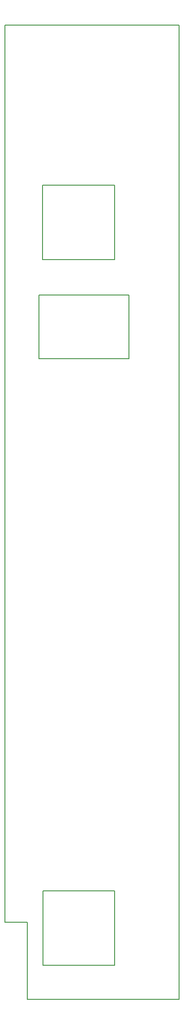
<source format=gbr>
G04 #@! TF.FileFunction,Profile,NP*
%FSLAX46Y46*%
G04 Gerber Fmt 4.6, Leading zero omitted, Abs format (unit mm)*
G04 Created by KiCad (PCBNEW 4.0.4+e1-6308~48~ubuntu14.04.1-stable) date Thu Sep  7 12:23:15 2017*
%MOMM*%
%LPD*%
G01*
G04 APERTURE LIST*
%ADD10C,0.100000*%
%ADD11C,0.150000*%
G04 APERTURE END LIST*
D10*
D11*
X104250000Y-169500000D02*
X104250000Y-184000000D01*
X100000000Y-169500000D02*
X104250000Y-169500000D01*
X107243500Y-177546000D02*
X107243500Y-163512500D01*
X120769000Y-177546000D02*
X107243500Y-177546000D01*
X120769000Y-163512500D02*
X120769000Y-177546000D01*
X107243500Y-163512500D02*
X120769000Y-163512500D01*
X107180000Y-30226000D02*
X107434000Y-30226000D01*
X107180000Y-44323000D02*
X107180000Y-30226000D01*
X120769000Y-44323000D02*
X107180000Y-44323000D01*
X120769000Y-30226000D02*
X120769000Y-44323000D01*
X107307000Y-30226000D02*
X120769000Y-30226000D01*
X106500000Y-51000000D02*
X106500000Y-63000000D01*
X123500000Y-51000000D02*
X106500000Y-51000000D01*
X123500000Y-63000000D02*
X123500000Y-51000000D01*
X106500000Y-63000000D02*
X123500000Y-63000000D01*
X100000000Y-169500000D02*
X100000000Y0D01*
X133000000Y-184000000D02*
X104250000Y-184000000D01*
X133000000Y0D02*
X133000000Y-184000000D01*
X100000000Y0D02*
X133000000Y0D01*
M02*

</source>
